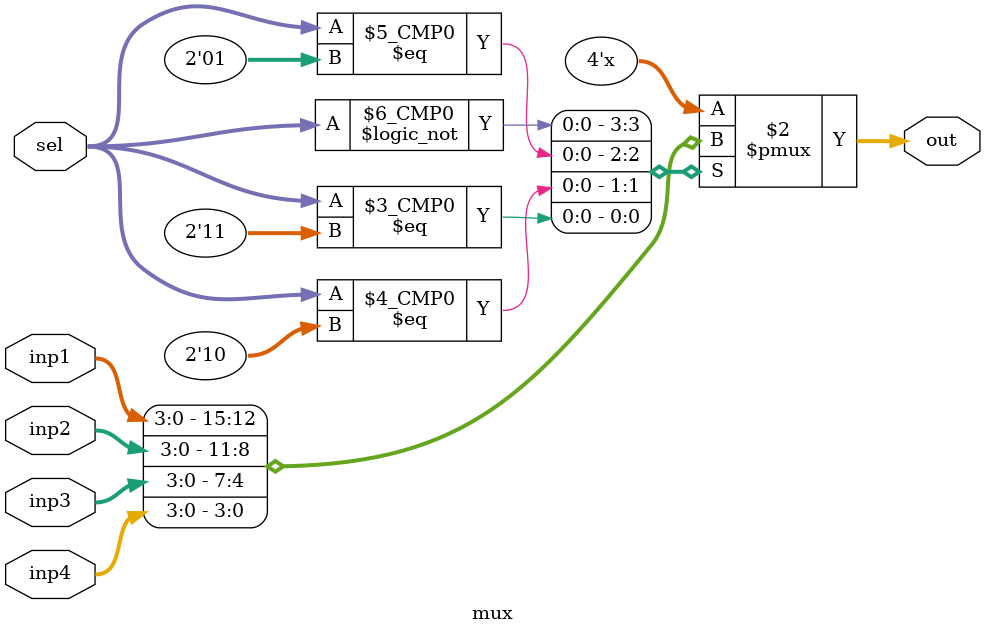
<source format=v>
`timescale 1ns / 1ps


module mux (input [3:0] inp1, inp2, inp3, inp4, input [1:0] sel,
    output reg [3:0] out
);

always @(*) begin
    case(sel)
        2'b00: out = inp1;
        2'b01: out = inp2;
        2'b10: out = inp3;
        2'b11: out = inp4;
        default: out = 4'bxxxx; 
    endcase
end

endmodule

</source>
